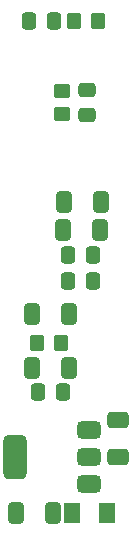
<source format=gbp>
G04 #@! TF.GenerationSoftware,KiCad,Pcbnew,8.0.4*
G04 #@! TF.CreationDate,2024-10-13T11:01:47+03:00*
G04 #@! TF.ProjectId,stm32f0_nucleo,73746d33-3266-4305-9f6e-75636c656f2e,rev?*
G04 #@! TF.SameCoordinates,Original*
G04 #@! TF.FileFunction,Paste,Bot*
G04 #@! TF.FilePolarity,Positive*
%FSLAX46Y46*%
G04 Gerber Fmt 4.6, Leading zero omitted, Abs format (unit mm)*
G04 Created by KiCad (PCBNEW 8.0.4) date 2024-10-13 11:01:47*
%MOMM*%
%LPD*%
G01*
G04 APERTURE LIST*
G04 Aperture macros list*
%AMRoundRect*
0 Rectangle with rounded corners*
0 $1 Rounding radius*
0 $2 $3 $4 $5 $6 $7 $8 $9 X,Y pos of 4 corners*
0 Add a 4 corners polygon primitive as box body*
4,1,4,$2,$3,$4,$5,$6,$7,$8,$9,$2,$3,0*
0 Add four circle primitives for the rounded corners*
1,1,$1+$1,$2,$3*
1,1,$1+$1,$4,$5*
1,1,$1+$1,$6,$7*
1,1,$1+$1,$8,$9*
0 Add four rect primitives between the rounded corners*
20,1,$1+$1,$2,$3,$4,$5,0*
20,1,$1+$1,$4,$5,$6,$7,0*
20,1,$1+$1,$6,$7,$8,$9,0*
20,1,$1+$1,$8,$9,$2,$3,0*%
G04 Aperture macros list end*
%ADD10RoundRect,0.250000X0.412500X0.650000X-0.412500X0.650000X-0.412500X-0.650000X0.412500X-0.650000X0*%
%ADD11RoundRect,0.250000X0.650000X-0.412500X0.650000X0.412500X-0.650000X0.412500X-0.650000X-0.412500X0*%
%ADD12RoundRect,0.250000X0.350000X0.450000X-0.350000X0.450000X-0.350000X-0.450000X0.350000X-0.450000X0*%
%ADD13RoundRect,0.375000X0.625000X0.375000X-0.625000X0.375000X-0.625000X-0.375000X0.625000X-0.375000X0*%
%ADD14RoundRect,0.500000X0.500000X1.400000X-0.500000X1.400000X-0.500000X-1.400000X0.500000X-1.400000X0*%
%ADD15RoundRect,0.250000X-0.337500X-0.475000X0.337500X-0.475000X0.337500X0.475000X-0.337500X0.475000X0*%
%ADD16RoundRect,0.250000X-0.450000X0.350000X-0.450000X-0.350000X0.450000X-0.350000X0.450000X0.350000X0*%
%ADD17RoundRect,0.250000X-0.412500X-0.650000X0.412500X-0.650000X0.412500X0.650000X-0.412500X0.650000X0*%
%ADD18RoundRect,0.250000X0.337500X0.475000X-0.337500X0.475000X-0.337500X-0.475000X0.337500X-0.475000X0*%
%ADD19RoundRect,0.250000X-0.475000X0.337500X-0.475000X-0.337500X0.475000X-0.337500X0.475000X0.337500X0*%
%ADD20RoundRect,0.250001X0.462499X0.624999X-0.462499X0.624999X-0.462499X-0.624999X0.462499X-0.624999X0*%
G04 APERTURE END LIST*
D10*
X147822500Y-92970000D03*
X144697500Y-92970000D03*
D11*
X151960000Y-100482500D03*
X151960000Y-97357500D03*
D12*
X147140000Y-90850000D03*
X145140000Y-90850000D03*
D13*
X149550000Y-98200000D03*
X149550000Y-100500000D03*
D14*
X143250000Y-100500000D03*
D13*
X149550000Y-102800000D03*
D15*
X144452500Y-63620000D03*
X146527500Y-63620000D03*
D16*
X147220000Y-69500000D03*
X147220000Y-71500000D03*
D17*
X144717500Y-88410000D03*
X147842500Y-88410000D03*
D18*
X149847500Y-83380000D03*
X147772500Y-83380000D03*
D12*
X150280000Y-63620000D03*
X148280000Y-63620000D03*
D10*
X146470000Y-105210000D03*
X143345000Y-105210000D03*
D19*
X149310000Y-69442500D03*
X149310000Y-71517500D03*
D20*
X151017500Y-105230000D03*
X148042500Y-105230000D03*
D18*
X149850000Y-85620000D03*
X147775000Y-85620000D03*
X147307500Y-94970000D03*
X145232500Y-94970000D03*
D10*
X150502500Y-78890000D03*
X147377500Y-78890000D03*
X150482500Y-81270000D03*
X147357500Y-81270000D03*
M02*

</source>
